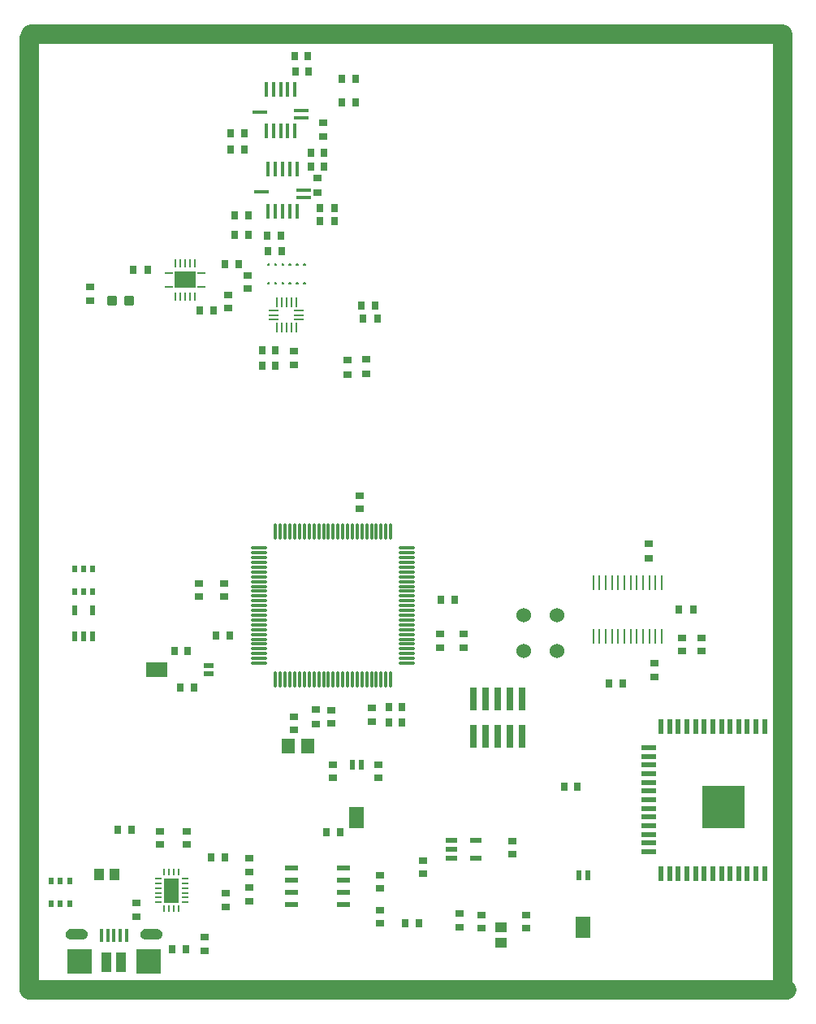
<source format=gtp>
G04 Layer_Color=8421504*
%FSLAX25Y25*%
%MOIN*%
G70*
G01*
G75*
%ADD10R,0.03543X0.03150*%
%ADD11R,0.03150X0.03543*%
%ADD12R,0.03543X0.02756*%
%ADD13R,0.02000X0.02752*%
%ADD14R,0.06496X0.10433*%
%ADD15R,0.00984X0.02756*%
%ADD16R,0.02756X0.00984*%
%ADD17R,0.01575X0.05315*%
%ADD18R,0.03937X0.07874*%
%ADD19R,0.05709X0.02362*%
%ADD20R,0.02000X0.04000*%
%ADD21R,0.06000X0.09000*%
%ADD22R,0.05118X0.03937*%
%ADD23R,0.04724X0.02165*%
%ADD24R,0.01968X0.05905*%
%ADD25R,0.05905X0.01968*%
%ADD26R,0.17323X0.17323*%
%ADD27R,0.02756X0.03543*%
G04:AMPARAMS|DCode=28|XSize=39.37mil|YSize=39.37mil|CornerRadius=5.91mil|HoleSize=0mil|Usage=FLASHONLY|Rotation=90.000|XOffset=0mil|YOffset=0mil|HoleType=Round|Shape=RoundedRectangle|*
%AMROUNDEDRECTD28*
21,1,0.03937,0.02756,0,0,90.0*
21,1,0.02756,0.03937,0,0,90.0*
1,1,0.01181,0.01378,0.01378*
1,1,0.01181,0.01378,-0.01378*
1,1,0.01181,-0.01378,-0.01378*
1,1,0.01181,-0.01378,0.01378*
%
%ADD28ROUNDEDRECTD28*%
%ADD29R,0.04134X0.00984*%
%ADD30R,0.00984X0.04134*%
%ADD31R,0.02362X0.03937*%
%ADD32O,0.01181X0.07283*%
%ADD33O,0.07283X0.01181*%
%ADD34R,0.01378X0.06319*%
%ADD35R,0.06319X0.01575*%
%ADD36R,0.03937X0.05118*%
%ADD37R,0.04000X0.02000*%
%ADD38R,0.09000X0.06000*%
%ADD39R,0.02913X0.09449*%
%ADD40R,0.03347X0.01102*%
%ADD41R,0.01102X0.03347*%
%ADD42R,0.08976X0.07008*%
%ADD44C,0.06000*%
%ADD45R,0.05512X0.05905*%
%ADD46R,0.00984X0.06102*%
%ADD48C,0.01000*%
%ADD51C,0.08000*%
%ADD66R,0.09842X0.09843*%
G36*
X104124Y290352D02*
X104242Y290352D01*
X104458Y290262D01*
X104624Y290096D01*
X104714Y289879D01*
X104714Y289761D01*
X104714Y289644D01*
X104624Y289427D01*
X104458Y289261D01*
X104241Y289171D01*
X104124D01*
X104007Y289171D01*
X103789Y289261D01*
X103623Y289427D01*
X103533Y289644D01*
X103533Y289761D01*
Y289879D01*
X103623Y290096D01*
X103789Y290262D01*
X104006Y290352D01*
X104124D01*
X104124Y290352D01*
D02*
G37*
G36*
X107411Y290262D02*
X107577Y290096D01*
X107667Y289879D01*
Y289761D01*
X107667Y289644D01*
X107577Y289427D01*
X107411Y289261D01*
X107194Y289171D01*
X107076Y289171D01*
X106959D01*
X106742Y289261D01*
X106576Y289427D01*
X106486Y289644D01*
Y289761D01*
X106486Y289879D01*
X106576Y290096D01*
X106742Y290262D01*
X106958Y290352D01*
X107076Y290352D01*
Y290352D01*
X107194D01*
X107411Y290262D01*
D02*
G37*
G36*
X110364D02*
X110530Y290096D01*
X110620Y289879D01*
Y289761D01*
X110620Y289644D01*
X110530Y289427D01*
X110364Y289261D01*
X110146Y289171D01*
X110029Y289171D01*
X109912D01*
X109695Y289261D01*
X109529Y289427D01*
X109439Y289644D01*
Y289761D01*
X109439Y289879D01*
X109529Y290096D01*
X109695Y290262D01*
X109912Y290352D01*
X110029Y290352D01*
Y290352D01*
X110147D01*
X110364Y290262D01*
D02*
G37*
G36*
X101171Y290352D02*
X101288Y290352D01*
X101505Y290262D01*
X101671Y290096D01*
X101761Y289879D01*
X101761Y289761D01*
X101761Y289644D01*
X101671Y289427D01*
X101505Y289261D01*
X101288Y289171D01*
X101171D01*
X101054Y289171D01*
X100836Y289261D01*
X100670Y289427D01*
X100580Y289644D01*
X100580Y289761D01*
Y289879D01*
X100670Y290096D01*
X100836Y290262D01*
X101053Y290352D01*
X101171D01*
X101171Y290352D01*
D02*
G37*
G36*
X22855Y24594D02*
X23520Y23984D01*
X23900Y23167D01*
X23920Y22717D01*
X23900Y22267D01*
X23520Y21450D01*
X22855Y20841D01*
X22008Y20532D01*
X21558Y20552D01*
X17227D01*
X16777Y20532D01*
X15930Y20841D01*
X15265Y21450D01*
X14885Y22267D01*
X14865Y22717D01*
Y22717D01*
Y22717D01*
D01*
X14885Y23167D01*
X15265Y23984D01*
X15930Y24594D01*
X16777Y24903D01*
X17227Y24883D01*
X21558Y24883D01*
Y24883D01*
X22008Y24903D01*
X22855Y24594D01*
D02*
G37*
G36*
X53564D02*
X54229Y23984D01*
X54610Y23167D01*
X54629Y22717D01*
X54609Y22267D01*
X54229Y21450D01*
X53564Y20841D01*
X52717Y20532D01*
X52267Y20552D01*
X47936D01*
X47486Y20532D01*
X46639Y20841D01*
X45974Y21450D01*
X45594Y22267D01*
X45574Y22717D01*
Y22717D01*
Y22717D01*
D01*
X45594Y23167D01*
X45974Y23984D01*
X46639Y24594D01*
X47486Y24903D01*
X47936Y24883D01*
X52267Y24883D01*
Y24883D01*
X52717Y24903D01*
X53564Y24594D01*
D02*
G37*
G36*
X98553Y290262D02*
X98719Y290096D01*
X98809Y289879D01*
Y289761D01*
X98809Y289644D01*
X98719Y289427D01*
X98553Y289261D01*
X98335Y289171D01*
X98218Y289171D01*
X98101D01*
X97884Y289261D01*
X97718Y289427D01*
X97628Y289644D01*
Y289761D01*
X97628Y289879D01*
X97718Y290096D01*
X97884Y290262D01*
X98101Y290352D01*
X98218Y290352D01*
Y290352D01*
X98336D01*
X98553Y290262D01*
D02*
G37*
G36*
X98553Y297939D02*
X98719Y297773D01*
X98809Y297556D01*
X98809Y297439D01*
X98809Y297321D01*
X98719Y297104D01*
X98553Y296938D01*
X98336Y296848D01*
X98218D01*
X98101Y296848D01*
X97884Y296938D01*
X97718Y297104D01*
X97628Y297322D01*
X97628Y297439D01*
Y297556D01*
X97718Y297773D01*
X97884Y297939D01*
X98101Y298029D01*
X98218D01*
Y298029D01*
X98335Y298029D01*
X98553Y297939D01*
D02*
G37*
G36*
X107411D02*
X107577Y297773D01*
X107667Y297556D01*
X107667Y297439D01*
X107667Y297321D01*
X107577Y297104D01*
X107411Y296938D01*
X107194Y296848D01*
X107076D01*
X106958Y296848D01*
X106742Y296938D01*
X106576Y297104D01*
X106486Y297322D01*
X106486Y297439D01*
Y297556D01*
X106576Y297773D01*
X106742Y297939D01*
X106959Y298029D01*
X107076D01*
Y298029D01*
X107194Y298029D01*
X107411Y297939D01*
D02*
G37*
G36*
X110364D02*
X110530Y297773D01*
X110620Y297556D01*
X110620Y297439D01*
X110620Y297321D01*
X110530Y297104D01*
X110364Y296938D01*
X110147Y296848D01*
X110029D01*
X109912Y296848D01*
X109695Y296938D01*
X109529Y297104D01*
X109439Y297322D01*
X109439Y297439D01*
Y297556D01*
X109529Y297773D01*
X109695Y297939D01*
X109912Y298029D01*
X110029D01*
Y298029D01*
X110146Y298029D01*
X110364Y297939D01*
D02*
G37*
G36*
X112982Y298029D02*
X112982Y298029D01*
X113099D01*
X113316Y297939D01*
X113482Y297773D01*
X113572Y297556D01*
Y297439D01*
X113572Y297322D01*
X113482Y297104D01*
X113316Y296938D01*
X113100Y296848D01*
X112982Y296848D01*
X112864D01*
X112647Y296938D01*
X112481Y297104D01*
X112391Y297321D01*
Y297439D01*
X112391Y297556D01*
X112481Y297773D01*
X112647Y297939D01*
X112864Y298029D01*
X112982Y298029D01*
D02*
G37*
G36*
Y290352D02*
X113100Y290352D01*
X113316Y290262D01*
X113482Y290096D01*
X113572Y289879D01*
X113572Y289761D01*
X113572Y289644D01*
X113482Y289427D01*
X113316Y289261D01*
X113099Y289171D01*
X112982D01*
X112864Y289171D01*
X112647Y289261D01*
X112481Y289427D01*
X112391Y289644D01*
X112391Y289761D01*
Y289879D01*
X112481Y290096D01*
X112647Y290262D01*
X112864Y290352D01*
X112982D01*
X112982Y290352D01*
D02*
G37*
G36*
X101171Y298029D02*
X101171Y298029D01*
X101288D01*
X101505Y297939D01*
X101671Y297773D01*
X101761Y297556D01*
Y297439D01*
X101761Y297322D01*
X101671Y297104D01*
X101505Y296938D01*
X101288Y296848D01*
X101171Y296848D01*
X101053D01*
X100836Y296938D01*
X100670Y297104D01*
X100580Y297321D01*
Y297439D01*
X100580Y297556D01*
X100670Y297773D01*
X100836Y297939D01*
X101054Y298029D01*
X101171Y298029D01*
D02*
G37*
G36*
X104124D02*
X104124Y298029D01*
X104241D01*
X104458Y297939D01*
X104624Y297773D01*
X104714Y297556D01*
Y297439D01*
X104714Y297322D01*
X104624Y297104D01*
X104458Y296938D01*
X104242Y296848D01*
X104124Y296848D01*
X104006D01*
X103789Y296938D01*
X103623Y297104D01*
X103533Y297321D01*
Y297439D01*
X103533Y297556D01*
X103623Y297773D01*
X103789Y297939D01*
X104007Y298029D01*
X104124Y298029D01*
D02*
G37*
D10*
X143200Y92356D02*
D03*
Y86844D02*
D03*
X124800Y92356D02*
D03*
Y86844D02*
D03*
X124000Y114756D02*
D03*
Y109244D02*
D03*
X140800Y115556D02*
D03*
Y110044D02*
D03*
X178400Y145956D02*
D03*
Y140444D02*
D03*
X168800Y145956D02*
D03*
Y140444D02*
D03*
X64800Y65156D02*
D03*
Y59644D02*
D03*
X44000Y35556D02*
D03*
Y30044D02*
D03*
X72000Y21600D02*
D03*
Y16088D02*
D03*
X90400Y41956D02*
D03*
Y36444D02*
D03*
Y53956D02*
D03*
Y48444D02*
D03*
X204000Y30756D02*
D03*
Y25244D02*
D03*
X185600Y25244D02*
D03*
Y30756D02*
D03*
X176800Y25688D02*
D03*
Y31200D02*
D03*
X144000Y41600D02*
D03*
Y47112D02*
D03*
X161600Y53156D02*
D03*
Y47644D02*
D03*
X198400Y61156D02*
D03*
Y55644D02*
D03*
X276000Y144356D02*
D03*
Y138844D02*
D03*
X268000Y144356D02*
D03*
Y138844D02*
D03*
X25100Y282744D02*
D03*
Y288256D02*
D03*
X135800Y197244D02*
D03*
Y202756D02*
D03*
X89600Y293156D02*
D03*
Y287644D02*
D03*
X144000Y27288D02*
D03*
Y32800D02*
D03*
X80800Y34044D02*
D03*
Y39556D02*
D03*
X53600Y59644D02*
D03*
Y65156D02*
D03*
X81600Y279644D02*
D03*
Y285156D02*
D03*
X108800Y261956D02*
D03*
Y256444D02*
D03*
X69600Y166756D02*
D03*
Y161244D02*
D03*
X80000Y166756D02*
D03*
Y161244D02*
D03*
X108700Y112156D02*
D03*
Y106644D02*
D03*
D11*
X147644Y109600D02*
D03*
X153156D02*
D03*
X36444Y65600D02*
D03*
X41956D02*
D03*
X80356Y54400D02*
D03*
X74844D02*
D03*
X64356Y16800D02*
D03*
X58844D02*
D03*
X122044Y64800D02*
D03*
X127556D02*
D03*
X159912Y27200D02*
D03*
X154400D02*
D03*
X225156Y83200D02*
D03*
X219644D02*
D03*
X238044Y125600D02*
D03*
X243556D02*
D03*
X101156Y262400D02*
D03*
X95644D02*
D03*
X101156Y256000D02*
D03*
X95644D02*
D03*
X70144Y278500D02*
D03*
X75656D02*
D03*
X85956Y297600D02*
D03*
X80444D02*
D03*
X89956Y309600D02*
D03*
X84444D02*
D03*
X103556Y303000D02*
D03*
X98044D02*
D03*
X103356Y309400D02*
D03*
X97844D02*
D03*
X147644Y116000D02*
D03*
X153156D02*
D03*
X88356Y344800D02*
D03*
X82844D02*
D03*
X82256Y145300D02*
D03*
X76744D02*
D03*
X65156Y138900D02*
D03*
X59644D02*
D03*
X67556Y124000D02*
D03*
X62044D02*
D03*
X169044Y159900D02*
D03*
X174556D02*
D03*
X108944Y382900D02*
D03*
X114456D02*
D03*
X109244Y376800D02*
D03*
X114756D02*
D03*
X115644Y337600D02*
D03*
X121156D02*
D03*
X88356Y351200D02*
D03*
X82844D02*
D03*
X115644Y343200D02*
D03*
X121156D02*
D03*
X89956Y317600D02*
D03*
X84444D02*
D03*
D12*
X117600Y114953D02*
D03*
Y109047D02*
D03*
X256800Y134153D02*
D03*
Y128247D02*
D03*
X254400Y177047D02*
D03*
Y182953D02*
D03*
X130700Y252447D02*
D03*
Y258353D02*
D03*
X138400Y252647D02*
D03*
Y258553D02*
D03*
X120800Y355753D02*
D03*
Y349847D02*
D03*
X118400Y327135D02*
D03*
Y333040D02*
D03*
D13*
X9060Y35423D02*
D03*
X12800D02*
D03*
X16540D02*
D03*
X9060Y44577D02*
D03*
X12800D02*
D03*
X16540D02*
D03*
X18660Y163423D02*
D03*
X22400D02*
D03*
X26140D02*
D03*
X18660Y172577D02*
D03*
X22400D02*
D03*
X26140D02*
D03*
D14*
X58400Y40800D02*
D03*
D15*
X55447Y48280D02*
D03*
X57416D02*
D03*
X59384D02*
D03*
X61353D02*
D03*
Y33320D02*
D03*
X59384D02*
D03*
X57416D02*
D03*
X55447D02*
D03*
D16*
X63912Y45721D02*
D03*
Y43753D02*
D03*
Y41784D02*
D03*
Y39816D02*
D03*
Y37847D02*
D03*
Y35879D02*
D03*
X52888D02*
D03*
Y37847D02*
D03*
Y39816D02*
D03*
Y41784D02*
D03*
Y43753D02*
D03*
Y45721D02*
D03*
D17*
X29629Y22225D02*
D03*
X32188D02*
D03*
X34747D02*
D03*
X37306D02*
D03*
X39865D02*
D03*
D18*
X31794Y11300D02*
D03*
X37700D02*
D03*
D19*
X107672Y49900D02*
D03*
Y44900D02*
D03*
Y39900D02*
D03*
Y34900D02*
D03*
X129128Y49900D02*
D03*
Y44900D02*
D03*
Y39900D02*
D03*
Y34900D02*
D03*
D20*
X136200Y92200D02*
D03*
X132800D02*
D03*
X229200Y47000D02*
D03*
X225800D02*
D03*
D21*
X134500Y70700D02*
D03*
X227500Y25500D02*
D03*
D22*
X193600Y19250D02*
D03*
Y25550D02*
D03*
D23*
X173281Y61340D02*
D03*
Y57600D02*
D03*
Y53860D02*
D03*
X183519D02*
D03*
Y61340D02*
D03*
D24*
X301930Y108000D02*
D03*
X298387D02*
D03*
X294843D02*
D03*
X291300D02*
D03*
X287757D02*
D03*
X284213D02*
D03*
X280670D02*
D03*
X277127D02*
D03*
X273584D02*
D03*
X270040D02*
D03*
X266497D02*
D03*
X262953D02*
D03*
X259410D02*
D03*
Y47500D02*
D03*
X262953D02*
D03*
X266497D02*
D03*
X270040D02*
D03*
X273584D02*
D03*
X277127D02*
D03*
X280670D02*
D03*
X284213D02*
D03*
X287757D02*
D03*
X291300D02*
D03*
X294843D02*
D03*
X298387D02*
D03*
X301930D02*
D03*
D25*
X254426Y99252D02*
D03*
Y95709D02*
D03*
Y92165D02*
D03*
Y88622D02*
D03*
Y85079D02*
D03*
Y81535D02*
D03*
Y77992D02*
D03*
Y74449D02*
D03*
Y70906D02*
D03*
Y67362D02*
D03*
Y63819D02*
D03*
Y60276D02*
D03*
Y56732D02*
D03*
D26*
X285158Y74835D02*
D03*
D27*
X266647Y156000D02*
D03*
X272553D02*
D03*
X48553Y295200D02*
D03*
X42647D02*
D03*
X137047Y275200D02*
D03*
X142953D02*
D03*
X136247Y280800D02*
D03*
X142153D02*
D03*
X119447Y315200D02*
D03*
X125353D02*
D03*
X134153Y364000D02*
D03*
X128247D02*
D03*
X134153Y373600D02*
D03*
X128247D02*
D03*
X119447Y320800D02*
D03*
X125353D02*
D03*
D28*
X34147Y282800D02*
D03*
X41053D02*
D03*
D29*
X100482Y274832D02*
D03*
Y276800D02*
D03*
Y278768D02*
D03*
X110718D02*
D03*
Y276800D02*
D03*
Y274832D02*
D03*
D30*
X101663Y281918D02*
D03*
X103631D02*
D03*
X105600D02*
D03*
X107569D02*
D03*
X109537D02*
D03*
Y271682D02*
D03*
X107569D02*
D03*
X105600D02*
D03*
X103631D02*
D03*
X101663D02*
D03*
D31*
X18660Y144987D02*
D03*
X22400D02*
D03*
X26140D02*
D03*
Y155813D02*
D03*
X18660D02*
D03*
D32*
X101178Y187915D02*
D03*
X103147D02*
D03*
X105115D02*
D03*
X107083D02*
D03*
X109052D02*
D03*
X111021D02*
D03*
X112989D02*
D03*
X114957D02*
D03*
X116926D02*
D03*
X118895D02*
D03*
X120863D02*
D03*
X122831D02*
D03*
X124800D02*
D03*
X126769D02*
D03*
X128737D02*
D03*
X130705D02*
D03*
X132674D02*
D03*
X134643D02*
D03*
X136611D02*
D03*
X138579D02*
D03*
X140548D02*
D03*
X142517D02*
D03*
X144485D02*
D03*
X146453D02*
D03*
X148422D02*
D03*
Y127285D02*
D03*
X146453D02*
D03*
X144485D02*
D03*
X142517D02*
D03*
X140548D02*
D03*
X138579D02*
D03*
X136611D02*
D03*
X134643D02*
D03*
X132674D02*
D03*
X130705D02*
D03*
X128737D02*
D03*
X126769D02*
D03*
X124800D02*
D03*
X122831D02*
D03*
X120863D02*
D03*
X118895D02*
D03*
X116926D02*
D03*
X114957D02*
D03*
X112989D02*
D03*
X111021D02*
D03*
X109052D02*
D03*
X107083D02*
D03*
X105115D02*
D03*
X103147D02*
D03*
X101178D02*
D03*
D33*
X155115Y181222D02*
D03*
Y179253D02*
D03*
Y177285D02*
D03*
Y175317D02*
D03*
Y173348D02*
D03*
Y171379D02*
D03*
Y169411D02*
D03*
Y167443D02*
D03*
Y165474D02*
D03*
Y163505D02*
D03*
Y161537D02*
D03*
Y159569D02*
D03*
Y157600D02*
D03*
Y155631D02*
D03*
Y153663D02*
D03*
Y151695D02*
D03*
Y149726D02*
D03*
Y147757D02*
D03*
Y145789D02*
D03*
Y143821D02*
D03*
Y141852D02*
D03*
Y139883D02*
D03*
Y137915D02*
D03*
Y135947D02*
D03*
Y133978D02*
D03*
X94485D02*
D03*
Y135947D02*
D03*
Y137915D02*
D03*
Y139883D02*
D03*
Y141852D02*
D03*
Y143821D02*
D03*
Y145789D02*
D03*
Y147757D02*
D03*
Y149726D02*
D03*
Y151695D02*
D03*
Y153663D02*
D03*
Y155631D02*
D03*
Y157600D02*
D03*
Y159569D02*
D03*
Y161537D02*
D03*
Y163505D02*
D03*
Y165474D02*
D03*
Y167443D02*
D03*
Y169411D02*
D03*
Y171379D02*
D03*
Y173348D02*
D03*
Y175317D02*
D03*
Y177285D02*
D03*
Y179253D02*
D03*
Y181222D02*
D03*
D34*
X109106Y369353D02*
D03*
X106153D02*
D03*
X103200D02*
D03*
X100247D02*
D03*
X97294D02*
D03*
X109106Y352247D02*
D03*
X106153D02*
D03*
X103200D02*
D03*
X100247D02*
D03*
X97294D02*
D03*
X109906Y336553D02*
D03*
X106953D02*
D03*
X104000D02*
D03*
X101047D02*
D03*
X98094D02*
D03*
X109906Y319447D02*
D03*
X106953D02*
D03*
X104000D02*
D03*
X101047D02*
D03*
X98094D02*
D03*
D35*
X111753Y360800D02*
D03*
Y357650D02*
D03*
X94647Y360111D02*
D03*
X112553Y328000D02*
D03*
Y324850D02*
D03*
X95447Y327311D02*
D03*
D36*
X35150Y47200D02*
D03*
X28850D02*
D03*
D37*
X73700Y129700D02*
D03*
Y133100D02*
D03*
D38*
X52200Y131400D02*
D03*
D39*
X182496Y119231D02*
D03*
X187496D02*
D03*
X192496D02*
D03*
X197496D02*
D03*
X202496D02*
D03*
X202500Y103900D02*
D03*
X197500D02*
D03*
X192500D02*
D03*
X187500D02*
D03*
X182500D02*
D03*
D40*
X70791Y288247D02*
D03*
Y294153D02*
D03*
X57209D02*
D03*
Y288247D02*
D03*
D41*
X67937Y297991D02*
D03*
X65969D02*
D03*
X64000D02*
D03*
X62032D02*
D03*
X60063D02*
D03*
Y284409D02*
D03*
X62032D02*
D03*
X64000D02*
D03*
X65969D02*
D03*
X67937D02*
D03*
D42*
X64000Y291200D02*
D03*
D44*
X216800Y153600D02*
D03*
Y139030D02*
D03*
X203021Y153600D02*
D03*
Y139030D02*
D03*
D45*
X106463Y100000D02*
D03*
X114337D02*
D03*
D46*
X259675Y167024D02*
D03*
X257116D02*
D03*
X254557D02*
D03*
X251998D02*
D03*
X249439D02*
D03*
X246880D02*
D03*
X244321D02*
D03*
X241761D02*
D03*
X239202D02*
D03*
X236643D02*
D03*
X234084D02*
D03*
X231525D02*
D03*
X259675Y144976D02*
D03*
X257116D02*
D03*
X254557D02*
D03*
X251998D02*
D03*
X249439D02*
D03*
X246880D02*
D03*
X244321D02*
D03*
X241761D02*
D03*
X239202D02*
D03*
X236643D02*
D03*
X234084D02*
D03*
X231525D02*
D03*
D48*
X0Y391200D02*
X800Y392000D01*
D51*
X309500Y0D02*
Y392000D01*
X0Y0D02*
Y390400D01*
Y0D02*
X311100D01*
X800Y392000D02*
X309500D01*
D66*
X20574Y11693D02*
D03*
X48920D02*
D03*
M02*

</source>
